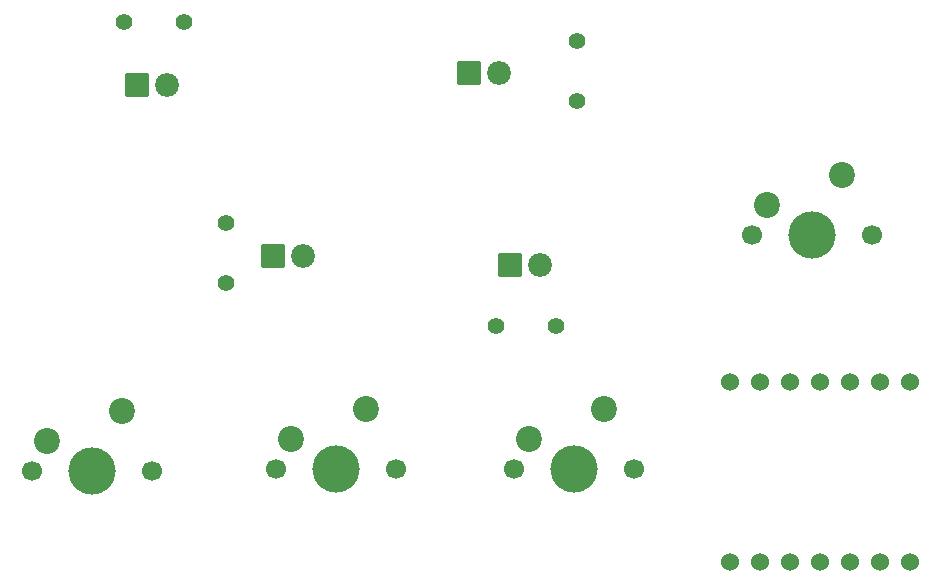
<source format=gbr>
%TF.GenerationSoftware,KiCad,Pcbnew,9.0.2*%
%TF.CreationDate,2025-06-28T19:08:21-05:00*%
%TF.ProjectId,pioneer,70696f6e-6565-4722-9e6b-696361645f70,rev?*%
%TF.SameCoordinates,Original*%
%TF.FileFunction,Soldermask,Bot*%
%TF.FilePolarity,Negative*%
%FSLAX46Y46*%
G04 Gerber Fmt 4.6, Leading zero omitted, Abs format (unit mm)*
G04 Created by KiCad (PCBNEW 9.0.2) date 2025-06-28 19:08:21*
%MOMM*%
%LPD*%
G01*
G04 APERTURE LIST*
G04 Aperture macros list*
%AMRoundRect*
0 Rectangle with rounded corners*
0 $1 Rounding radius*
0 $2 $3 $4 $5 $6 $7 $8 $9 X,Y pos of 4 corners*
0 Add a 4 corners polygon primitive as box body*
4,1,4,$2,$3,$4,$5,$6,$7,$8,$9,$2,$3,0*
0 Add four circle primitives for the rounded corners*
1,1,$1+$1,$2,$3*
1,1,$1+$1,$4,$5*
1,1,$1+$1,$6,$7*
1,1,$1+$1,$8,$9*
0 Add four rect primitives between the rounded corners*
20,1,$1+$1,$2,$3,$4,$5,0*
20,1,$1+$1,$4,$5,$6,$7,0*
20,1,$1+$1,$6,$7,$8,$9,0*
20,1,$1+$1,$8,$9,$2,$3,0*%
G04 Aperture macros list end*
%ADD10C,2.019000*%
%ADD11RoundRect,0.102000X-0.907500X-0.907500X0.907500X-0.907500X0.907500X0.907500X-0.907500X0.907500X0*%
%ADD12C,1.700000*%
%ADD13C,4.000000*%
%ADD14C,2.200000*%
%ADD15C,1.400000*%
%ADD16C,1.524000*%
G04 APERTURE END LIST*
D10*
%TO.C,D2*%
X52200428Y-100240000D03*
D11*
X49660428Y-100240000D03*
%TD*%
D12*
%TO.C,SW4*%
X81570000Y-132780000D03*
D13*
X86650000Y-132780000D03*
D12*
X91730000Y-132780000D03*
D14*
X89190000Y-127700000D03*
X82840000Y-130240000D03*
%TD*%
D15*
%TO.C,R2*%
X48600000Y-94870000D03*
X53680000Y-94870000D03*
%TD*%
D10*
%TO.C,D5*%
X83820428Y-115470000D03*
D11*
X81280428Y-115470000D03*
%TD*%
D15*
%TO.C,R3*%
X57240000Y-116990000D03*
X57240000Y-111910000D03*
%TD*%
%TO.C,R1*%
X86960000Y-101620000D03*
X86960000Y-96540000D03*
%TD*%
D12*
%TO.C,SW1*%
X101740000Y-112910000D03*
D13*
X106820000Y-112910000D03*
D12*
X111900000Y-112910000D03*
D14*
X109360000Y-107830000D03*
X103010000Y-110370000D03*
%TD*%
D12*
%TO.C,SW2*%
X40830000Y-132920000D03*
D13*
X45910000Y-132920000D03*
D12*
X50990000Y-132920000D03*
D14*
X48450000Y-127840000D03*
X42100000Y-130380000D03*
%TD*%
D10*
%TO.C,D1*%
X80370000Y-99220000D03*
D11*
X77830000Y-99220000D03*
%TD*%
D10*
%TO.C,D3*%
X63730000Y-114740000D03*
D11*
X61190000Y-114740000D03*
%TD*%
D16*
%TO.C,U1*%
X115090000Y-125380000D03*
X112550000Y-125380000D03*
X110010000Y-125380000D03*
X107470000Y-125380000D03*
X104930000Y-125380000D03*
X102390000Y-125380000D03*
X99850000Y-125380000D03*
X99850000Y-140620000D03*
X102390000Y-140620000D03*
X104930000Y-140620000D03*
X107470000Y-140620000D03*
X110010000Y-140620000D03*
X112550000Y-140620000D03*
X115090000Y-140620000D03*
%TD*%
D15*
%TO.C,R4*%
X80110000Y-120610000D03*
X85190000Y-120610000D03*
%TD*%
D12*
%TO.C,SW3*%
X61420000Y-132780000D03*
D13*
X66500000Y-132780000D03*
D12*
X71580000Y-132780000D03*
D14*
X69040000Y-127700000D03*
X62690000Y-130240000D03*
%TD*%
M02*

</source>
